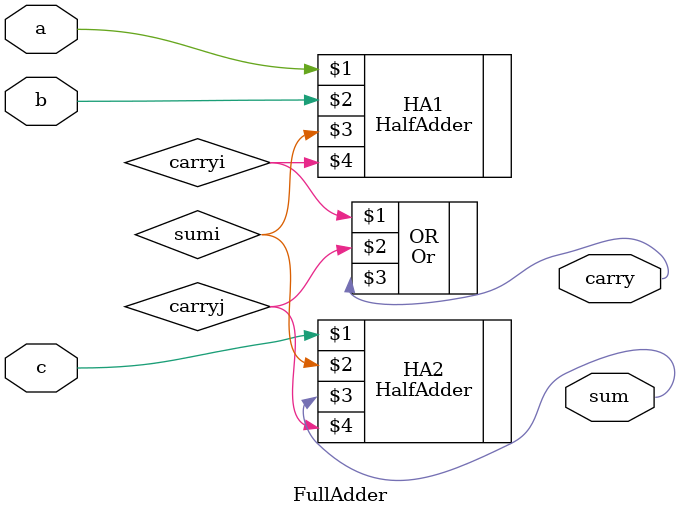
<source format=v>
/**
 * Computes the sum of three bits.
 */

`default_nettype none
module FullAdder(
    input a,        //1-bit input
    input b,        //1-bit input
    input c,        //1-bit input
    output sum,     //Right bit of a + b + c
    output carry    //Left bit of a + b + c
);

    // Put your code here:
    wire sumi;
    wire carryi;
    wire carryj;

    HalfAdder HA1(a, b, sumi, carryi);
    HalfAdder HA2(c, sumi, sum, carryj);
    Or OR(carryi, carryj, carry);
endmodule

</source>
